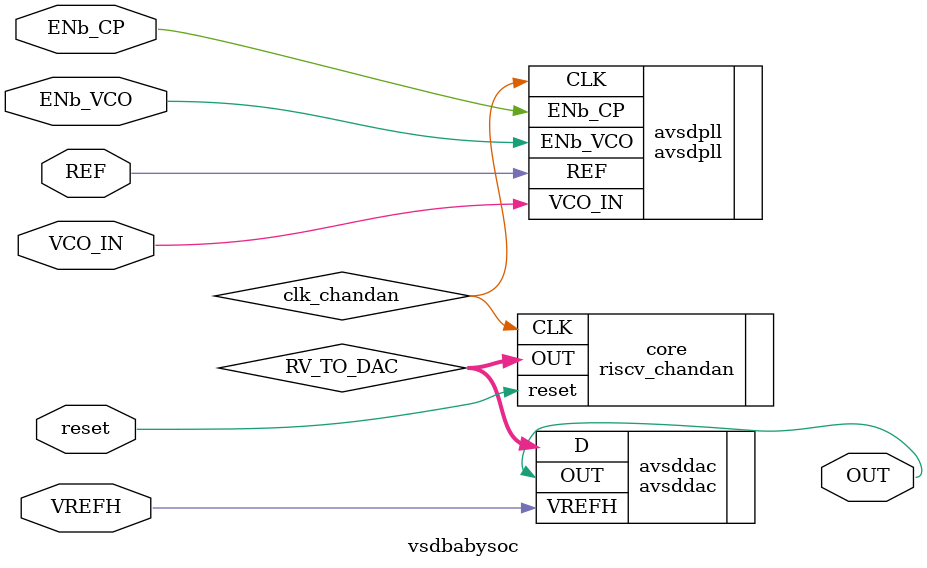
<source format=v>

module vsdbabysoc (
   output wire OUT,
   //
   input  wire reset,
   //
   input  wire VCO_IN,
   input  wire ENb_CP,
   input  wire ENb_VCO,
   input  wire REF,
   //
   // input  wire VREFL,
   input  wire VREFH
);

   wire clk_chandan;
   wire [9:0] RV_TO_DAC;

   riscv_chandan core (
      .OUT(RV_TO_DAC),
      .CLK(clk_chandan),
      .reset(reset)
   );

   avsdpll avsdpll (
      .CLK(clk_chandan),
      .VCO_IN(VCO_IN),
      .ENb_CP(ENb_CP),
      .ENb_VCO(ENb_VCO),
      .REF(REF)
   );

   avsddac avsddac (
      .OUT(OUT),
      .D(RV_TO_DAC),
      // .VREFL(VREFL),
      .VREFH(VREFH)
   );
   
endmodule

</source>
